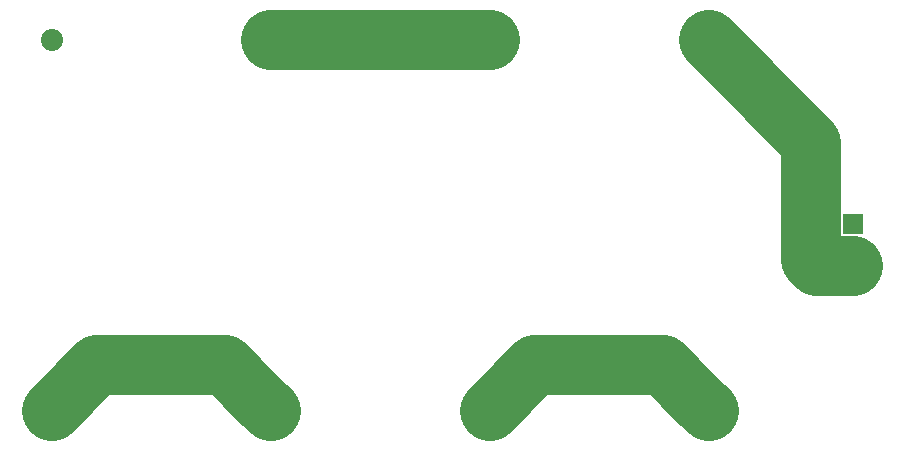
<source format=gbr>
G04 #@! TF.GenerationSoftware,KiCad,Pcbnew,(5.1.4)-1*
G04 #@! TF.CreationDate,2019-12-03T14:13:33-06:00*
G04 #@! TF.ProjectId,battery_pack,62617474-6572-4795-9f70-61636b2e6b69,rev?*
G04 #@! TF.SameCoordinates,Original*
G04 #@! TF.FileFunction,Copper,L2,Bot*
G04 #@! TF.FilePolarity,Positive*
%FSLAX46Y46*%
G04 Gerber Fmt 4.6, Leading zero omitted, Abs format (unit mm)*
G04 Created by KiCad (PCBNEW (5.1.4)-1) date 2019-12-03 14:13:33*
%MOMM*%
%LPD*%
G04 APERTURE LIST*
%ADD10C,1.870000*%
%ADD11O,1.700000X1.700000*%
%ADD12R,1.700000X1.700000*%
%ADD13C,5.080000*%
G04 APERTURE END LIST*
D10*
X86614000Y-57478000D03*
X86614000Y-26088000D03*
X105156000Y-57478000D03*
X105156000Y-26088000D03*
X123698000Y-26088000D03*
X123698000Y-57478000D03*
X142240000Y-26088000D03*
X142240000Y-57478000D03*
D11*
X154432000Y-44196000D03*
D12*
X154432000Y-41656000D03*
D13*
X104221001Y-56543001D02*
X105156000Y-57478000D01*
X101283599Y-53605599D02*
X104221001Y-56543001D01*
X90486401Y-53605599D02*
X101283599Y-53605599D01*
X86614000Y-57478000D02*
X90486401Y-53605599D01*
X105156000Y-26088000D02*
X123698000Y-26088000D01*
X141305001Y-56543001D02*
X142240000Y-57478000D01*
X138367599Y-53605599D02*
X141305001Y-56543001D01*
X127570401Y-53605599D02*
X138367599Y-53605599D01*
X123698000Y-57478000D02*
X127570401Y-53605599D01*
X151428079Y-45198401D02*
X154432000Y-45198401D01*
X150889599Y-44659921D02*
X151428079Y-45198401D01*
X142240000Y-26088000D02*
X150889599Y-34737599D01*
X150889599Y-34737599D02*
X150889599Y-44659921D01*
M02*

</source>
